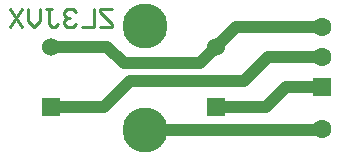
<source format=gbl>
%FSLAX43Y43*%
%MOMM*%
G71*
G01*
G75*
%ADD10C,1.000*%
%ADD11C,1.600*%
%ADD12C,3.800*%
%ADD13C,1.524*%
%ADD14R,1.524X1.524*%
%ADD15R,1.600X1.600*%
%ADD16C,0.254*%
D10*
X19000Y3900D02*
X23204D01*
X27908Y2000D02*
X27940Y2032D01*
X13000Y2000D02*
X27908D01*
X24892Y5588D02*
X27940D01*
X23204Y3900D02*
X24892Y5588D01*
X23368Y8128D02*
X27940D01*
X21336Y6096D02*
X23368Y8128D01*
X11684Y6096D02*
X21336D01*
X9488Y3900D02*
X11684Y6096D01*
X5030Y3900D02*
X9488D01*
X17640Y7620D02*
X20688Y10668D01*
X27940D01*
X11176Y7620D02*
X17640D01*
X9816Y8980D02*
X11176Y7620D01*
X5030Y8980D02*
X9816D01*
D11*
X27940Y2032D02*
D03*
Y10668D02*
D03*
Y8128D02*
D03*
D12*
X13000Y2000D02*
D03*
Y10800D02*
D03*
D13*
X19000Y8980D02*
D03*
X5030D02*
D03*
D14*
X19000Y3900D02*
D03*
X5030D02*
D03*
D15*
X27940Y5588D02*
D03*
D16*
X10160Y12192D02*
X9144D01*
Y11938D01*
X10160Y10922D01*
Y10668D01*
X9144D01*
X8636Y12192D02*
Y10668D01*
X7621D01*
X7113Y11938D02*
X6859Y12192D01*
X6351D01*
X6097Y11938D01*
Y11684D01*
X6351Y11430D01*
X6605D01*
X6351D01*
X6097Y11176D01*
Y10922D01*
X6351Y10668D01*
X6859D01*
X7113Y10922D01*
X4574Y12192D02*
X5082D01*
X4828D01*
Y10922D01*
X5082Y10668D01*
X5336D01*
X5589Y10922D01*
X4066Y12192D02*
Y11176D01*
X3558Y10668D01*
X3050Y11176D01*
Y12192D01*
X2542D02*
X1527Y10668D01*
Y12192D02*
X2542Y10668D01*
M02*

</source>
